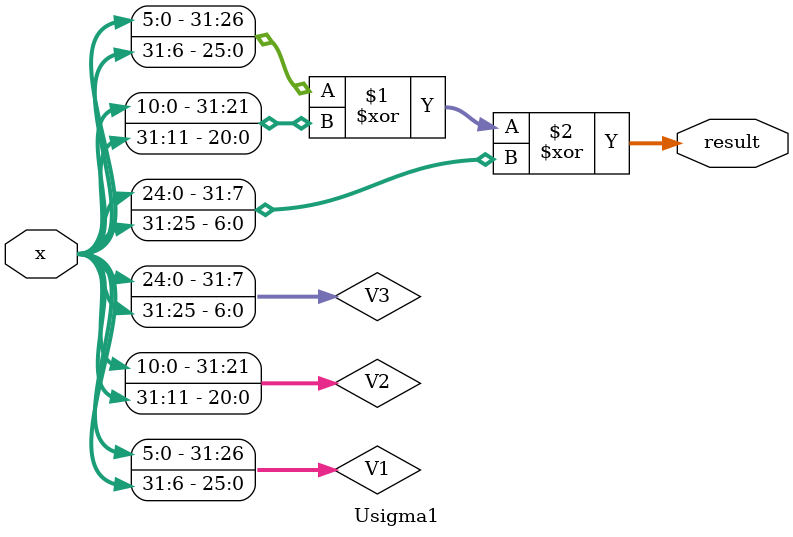
<source format=v>
module Usigma1
  (
  input [31:0] x,
  output [31:0] result
  );

    wire [31:0] V1;
    wire [31:0] V2;
    wire [31:0] V3;
    
    assign V1[31:0] = {x[5:0],  x[31:6]};
    assign V2[31:0] = {x[10:0], x[31:11]};
    assign V3[31:0] = {x[24:0], x[31:25]};

    assign result = V1 ^ V2 ^ V3;
    //assign result = ((x >> 6) | (x << (32 - 6))) ^ ((x >> 11) | (x << (32 - 11))) ^ ((x >> 25) | (x << (32 - 25)));

endmodule
</source>
